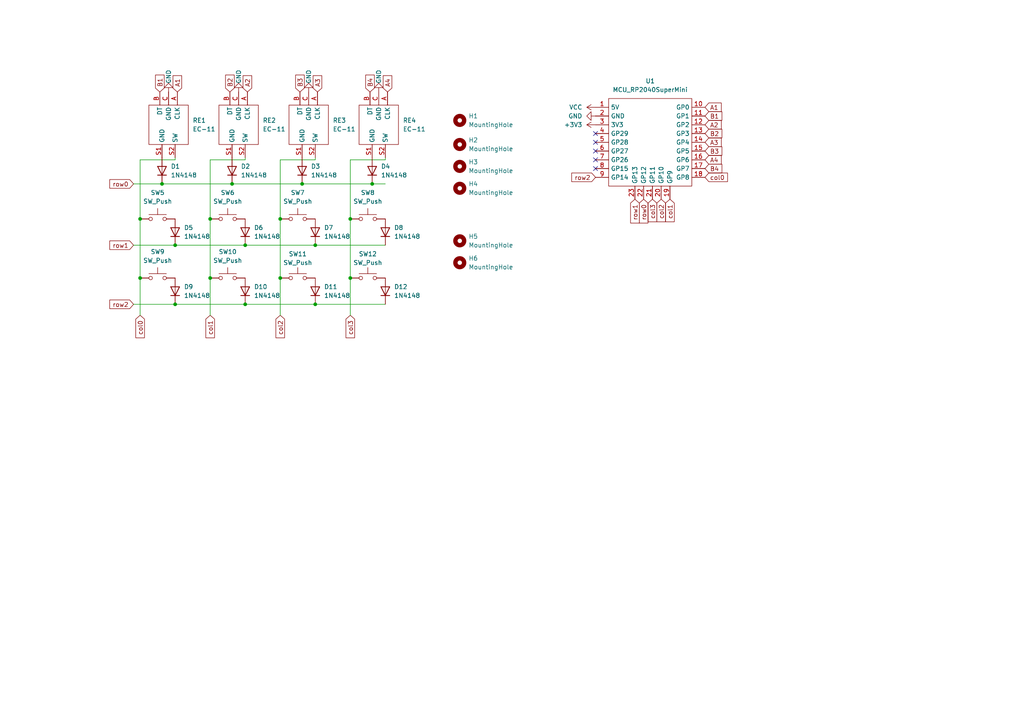
<source format=kicad_sch>
(kicad_sch (version 20230121) (generator eeschema)
  (paper "A4")
  (lib_symbols
    (symbol "Diode:1N4148" (pin_numbers hide) (pin_names hide)
      (property "Reference" "D" (at 0 2.54 0))
      (property "Value" "1N4148" (at 0 -2.54 0))
      (symbol "1N4148_0_1"
        (polyline (pts (xy -1.27 1.27) (xy -1.27 -1.27)) (stroke (width 0.254)))
        (polyline (pts (xy 1.27 0) (xy -1.27 0)))
        (polyline (pts (xy 1.27 1.27) (xy 1.27 -1.27) (xy -1.27 0) (xy 1.27 1.27)) (stroke (width 0.254)))
      )
      (symbol "1N4148_1_1"
        (pin passive line (at -3.81 0 0) (length 2.54) (name "K") (number "1"))
        (pin passive line (at 3.81 0 180) (length 2.54) (name "A") (number "2"))
      )
    )
    (symbol "DreaM117er_Library:MCU_RP2040SuperMini" (pin_names (offset 0.635))
      (property "Reference" "U" (at 0 12.7 0))
      (property "Value" "MCU_RP2040SuperMini" (at 0 10.16 0))
      (symbol "MCU_RP2040SuperMini_0_1"
        (rectangle (start -12.065 8.89) (end 12.065 -16.51))
      )
      (symbol "MCU_RP2040SuperMini_1_1"
        (pin input line (at -15.875 6.35 0) (length 3.81) (name "5V") (number "1"))
        (pin input line (at 15.875 6.35 180) (length 3.81) (name "GP0") (number "10"))
        (pin input line (at 15.875 3.81 180) (length 3.81) (name "GP1") (number "11"))
        (pin input line (at 15.875 1.27 180) (length 3.81) (name "GP2") (number "12"))
        (pin input line (at 15.875 -1.27 180) (length 3.81) (name "GP3") (number "13"))
        (pin input line (at 15.875 -3.81 180) (length 3.81) (name "GP4") (number "14"))
        (pin input line (at 15.875 -6.35 180) (length 3.81) (name "GP5") (number "15"))
        (pin input line (at 15.875 -8.89 180) (length 3.81) (name "GP6") (number "16"))
        (pin input line (at 15.875 -11.43 180) (length 3.81) (name "GP7") (number "17"))
        (pin input line (at 15.875 -13.97 180) (length 3.81) (name "GP8") (number "18"))
        (pin input line (at 5.715 -20.32 90) (length 3.81) (name "GP9") (number "19"))
        (pin input line (at -15.875 3.81 0) (length 3.81) (name "GND") (number "2"))
        (pin input line (at 3.175 -20.32 90) (length 3.81) (name "GP10") (number "20"))
        (pin input line (at 0.635 -20.32 90) (length 3.81) (name "GP11") (number "21"))
        (pin input line (at -1.905 -20.32 90) (length 3.81) (name "GP12") (number "22"))
        (pin input line (at -4.445 -20.32 90) (length 3.81) (name "GP13") (number "23"))
        (pin input line (at -15.875 1.27 0) (length 3.81) (name "3V3") (number "3"))
        (pin input line (at -15.875 -1.27 0) (length 3.81) (name "GP29") (number "4"))
        (pin input line (at -15.875 -3.81 0) (length 3.81) (name "GP28") (number "5"))
        (pin input line (at -15.875 -6.35 0) (length 3.81) (name "GP27") (number "6"))
        (pin input line (at -15.875 -8.89 0) (length 3.81) (name "GP26") (number "7"))
        (pin input line (at -15.875 -11.43 0) (length 3.81) (name "GP15") (number "8"))
        (pin input line (at -15.875 -13.97 0) (length 3.81) (name "GP14") (number "9"))
      )
    )
    (symbol "DreaM117er_Library:RotaryEncoder_EC11"
      (property "Reference" "RE" (at 0 10.16 0))
      (property "Value" "EC-11" (at 0 7.62 0))
      (symbol "RotaryEncoder_EC11_0_1"
        (rectangle (start -5.715 5.715) (end 5.715 -5.715))
      )
      (symbol "RotaryEncoder_EC11_1_1"
        (pin input line (at -9.525 2.54 0) (length 3.81) (name "CLK") (number "A"))
        (pin input line (at -9.525 -2.54 0) (length 3.81) (name "DT") (number "B"))
        (pin input line (at -9.525 0 0) (length 3.81) (name "GND") (number "C"))
        (pin input line (at 9.525 -1.905 180) (length 3.81) (name "GND") (number "S1"))
        (pin input line (at 9.525 1.905 180) (length 3.81) (name "SW") (number "S2"))
      )
    )
    (symbol "Mechanical:MountingHole" (pin_names (offset 1.016))
      (property "Reference" "H" (at 0 5.08 0))
      (property "Value" "MountingHole" (at 0 3.175 0))
      (symbol "MountingHole_0_1"
        (circle (center 0 0) (radius 1.27) (stroke (width 1.27)))
      )
    )
    (symbol "Switch:SW_Push" (pin_numbers hide) (pin_names (offset 1.016) hide)
      (property "Reference" "SW" (at 1.27 2.54 0))
      (property "Value" "SW_Push" (at 0 -1.524 0))
      (symbol "SW_Push_0_1"
        (circle (center -2.032 0) (radius 0.508))
        (polyline (pts (xy 0 1.27) (xy 0 3.048)))
        (polyline (pts (xy 2.54 1.27) (xy -2.54 1.27)))
        (circle (center 2.032 0) (radius 0.508))
        (pin passive line (at -5.08 0 0) (length 2.54) (name "1") (number "1"))
        (pin passive line (at 5.08 0 180) (length 2.54) (name "2") (number "2"))
      )
    )
    (symbol "power:+3V3" (power) (pin_names (offset 0))
      (property "Value" "+3V3" (at 0 3.556 0))
      (symbol "+3V3_0_1"
        (polyline (pts (xy -0.762 1.27) (xy 0 2.54)))
        (polyline (pts (xy 0 0) (xy 0 2.54)))
        (polyline (pts (xy 0 2.54) (xy 0.762 1.27)))
      )
      (symbol "+3V3_1_1"
        (pin power_in line (at 0 0 90) (length 0) hide (name "+3V3") (number "1"))
      )
    )
    (symbol "power:GND" (power) (pin_names (offset 0))
      (property "Value" "GND" (at 0 -3.81 0))
      (symbol "GND_0_1"
        (polyline (pts (xy 0 0) (xy 0 -1.27) (xy 1.27 -1.27) (xy 0 -2.54) (xy -1.27 -1.27) (xy 0 -1.27)))
      )
      (symbol "GND_1_1"
        (pin power_in line (at 0 0 270) (length 0) hide (name "GND") (number "1"))
      )
    )
    (symbol "power:VCC" (power) (pin_names (offset 0))
      (property "Value" "VCC" (at 0 3.81 0))
      (symbol "VCC_0_1"
        (polyline (pts (xy -0.762 1.27) (xy 0 2.54)))
        (polyline (pts (xy 0 0) (xy 0 2.54)))
        (polyline (pts (xy 0 2.54) (xy 0.762 1.27)))
      )
      (symbol "VCC_1_1"
        (pin power_in line (at 0 0 90) (length 0) hide (name "VCC") (number "1"))
      )
    )
  )
  (junction (at 40.64 80.645))
  (junction (at 101.6 80.645))
  (junction (at 87.63 53.34))
  (junction (at 60.96 63.5))
  (junction (at 40.64 63.5))
  (junction (at 50.8 71.12))
  (junction (at 71.12 71.12))
  (junction (at 50.8 88.265))
  (junction (at 91.44 71.12))
  (junction (at 67.31 53.34))
  (junction (at 91.44 88.265))
  (junction (at 46.99 53.34))
  (junction (at 107.95 53.34))
  (junction (at 81.28 80.645))
  (junction (at 81.28 63.5))
  (junction (at 101.6 63.5))
  (junction (at 71.12 88.265))
  (junction (at 60.96 80.645))
  (no_connect (at 172.72 46.355))
  (no_connect (at 172.72 48.895))
  (no_connect (at 172.72 43.815))
  (no_connect (at 172.72 38.735))
  (no_connect (at 172.72 41.275))
  (wire (pts (xy 107.95 53.34) (xy 111.76 53.34)))
  (wire (pts (xy 91.44 71.12) (xy 111.76 71.12)))
  (wire (pts (xy 40.64 63.5) (xy 40.64 80.645)))
  (wire (pts (xy 71.12 88.265) (xy 91.44 88.265)))
  (wire (pts (xy 50.8 46.355) (xy 50.8 45.72)))
  (wire (pts (xy 81.28 46.355) (xy 91.44 46.355)))
  (wire (pts (xy 50.8 71.12) (xy 71.12 71.12)))
  (wire (pts (xy 101.6 63.5) (xy 101.6 80.645)))
  (wire (pts (xy 71.12 46.355) (xy 71.12 45.72)))
  (wire (pts (xy 101.6 46.355) (xy 101.6 63.5)))
  (wire (pts (xy 71.12 71.12) (xy 91.44 71.12)))
  (wire (pts (xy 81.28 46.355) (xy 81.28 63.5)))
  (wire (pts (xy 60.96 46.355) (xy 71.12 46.355)))
  (wire (pts (xy 38.735 53.34) (xy 46.99 53.34)))
  (wire (pts (xy 40.64 46.355) (xy 50.8 46.355)))
  (wire (pts (xy 38.735 88.265) (xy 50.8 88.265)))
  (wire (pts (xy 81.28 80.645) (xy 81.28 91.44)))
  (wire (pts (xy 101.6 80.645) (xy 101.6 91.44)))
  (wire (pts (xy 60.96 80.645) (xy 60.96 91.44)))
  (wire (pts (xy 60.96 63.5) (xy 60.96 80.645)))
  (wire (pts (xy 101.6 46.355) (xy 111.76 46.355)))
  (wire (pts (xy 40.64 80.645) (xy 40.64 91.44)))
  (wire (pts (xy 111.76 46.355) (xy 111.76 45.72)))
  (wire (pts (xy 60.96 46.355) (xy 60.96 63.5)))
  (wire (pts (xy 91.44 46.355) (xy 91.44 45.72)))
  (wire (pts (xy 38.735 71.12) (xy 50.8 71.12)))
  (wire (pts (xy 46.99 53.34) (xy 67.31 53.34)))
  (wire (pts (xy 50.8 88.265) (xy 71.12 88.265)))
  (wire (pts (xy 40.64 46.355) (xy 40.64 63.5)))
  (wire (pts (xy 91.44 88.265) (xy 111.76 88.265)))
  (wire (pts (xy 67.31 53.34) (xy 87.63 53.34)))
  (wire (pts (xy 81.28 63.5) (xy 81.28 80.645)))
  (wire (pts (xy 87.63 53.34) (xy 107.95 53.34)))
  (global_label "row2" (shape input) (at 172.72 51.435 180) (property "Intersheetrefs" "${INTERSHEET_REFS}" (effects hide)))
  (global_label "col3" (shape input) (at 101.6 91.44 270) (property "Intersheetrefs" "${INTERSHEET_REFS}" (effects hide)))
  (global_label "B2" (shape input) (at 204.47 38.735 0) (property "Intersheetrefs" "${INTERSHEET_REFS}" (effects hide)))
  (global_label "B3" (shape input) (at 86.995 26.67 90) (property "Intersheetrefs" "${INTERSHEET_REFS}" (effects hide)))
  (global_label "row1" (shape input) (at 38.735 71.12 180) (property "Intersheetrefs" "${INTERSHEET_REFS}" (effects hide)))
  (global_label "A2" (shape input) (at 204.47 36.195 0) (property "Intersheetrefs" "${INTERSHEET_REFS}" (effects hide)))
  (global_label "B2" (shape input) (at 66.675 26.67 90) (property "Intersheetrefs" "${INTERSHEET_REFS}" (effects hide)))
  (global_label "row0" (shape input) (at 38.735 53.34 180) (property "Intersheetrefs" "${INTERSHEET_REFS}" (effects hide)))
  (global_label "A4" (shape input) (at 204.47 46.355 0) (property "Intersheetrefs" "${INTERSHEET_REFS}" (effects hide)))
  (global_label "A2" (shape input) (at 71.755 26.67 90) (property "Intersheetrefs" "${INTERSHEET_REFS}" (effects hide)))
  (global_label "col3" (shape input) (at 189.23 57.785 270) (property "Intersheetrefs" "${INTERSHEET_REFS}" (effects hide)))
  (global_label "A3" (shape input) (at 204.47 41.275 0) (property "Intersheetrefs" "${INTERSHEET_REFS}" (effects hide)))
  (global_label "A1" (shape input) (at 51.435 26.67 90) (property "Intersheetrefs" "${INTERSHEET_REFS}" (effects hide)))
  (global_label "B3" (shape input) (at 204.47 43.815 0) (property "Intersheetrefs" "${INTERSHEET_REFS}" (effects hide)))
  (global_label "row2" (shape input) (at 38.735 88.265 180) (property "Intersheetrefs" "${INTERSHEET_REFS}" (effects hide)))
  (global_label "B4" (shape input) (at 204.47 48.895 0) (property "Intersheetrefs" "${INTERSHEET_REFS}" (effects hide)))
  (global_label "row1" (shape input) (at 184.15 57.785 270) (property "Intersheetrefs" "${INTERSHEET_REFS}" (effects hide)))
  (global_label "A3" (shape input) (at 92.075 26.67 90) (property "Intersheetrefs" "${INTERSHEET_REFS}" (effects hide)))
  (global_label "col0" (shape input) (at 40.64 91.44 270) (property "Intersheetrefs" "${INTERSHEET_REFS}" (effects hide)))
  (global_label "col1" (shape input) (at 60.96 91.44 270) (property "Intersheetrefs" "${INTERSHEET_REFS}" (effects hide)))
  (global_label "col2" (shape input) (at 191.77 57.785 270) (property "Intersheetrefs" "${INTERSHEET_REFS}" (effects hide)))
  (global_label "col0" (shape input) (at 204.47 51.435 0) (property "Intersheetrefs" "${INTERSHEET_REFS}" (effects hide)))
  (global_label "B1" (shape input) (at 46.355 26.67 90) (property "Intersheetrefs" "${INTERSHEET_REFS}" (effects hide)))
  (global_label "row0" (shape input) (at 186.69 57.785 270) (property "Intersheetrefs" "${INTERSHEET_REFS}" (effects hide)))
  (global_label "col2" (shape input) (at 81.28 91.44 270) (property "Intersheetrefs" "${INTERSHEET_REFS}" (effects hide)))
  (global_label "B4" (shape input) (at 107.315 26.67 90) (property "Intersheetrefs" "${INTERSHEET_REFS}" (effects hide)))
  (global_label "col1" (shape input) (at 194.31 57.785 270) (property "Intersheetrefs" "${INTERSHEET_REFS}" (effects hide)))
  (global_label "A1" (shape input) (at 204.47 31.115 0) (property "Intersheetrefs" "${INTERSHEET_REFS}" (effects hide)))
  (global_label "B1" (shape input) (at 204.47 33.655 0) (property "Intersheetrefs" "${INTERSHEET_REFS}" (effects hide)))
  (global_label "A4" (shape input) (at 112.395 26.67 90) (property "Intersheetrefs" "${INTERSHEET_REFS}" (effects hide)))
  (symbol (lib_id "Switch:SW_Push") (at 86.36 63.5 0) (unit 1)
    (property "Reference" "SW7" (at 86.36 55.88 0))
    (property "Value" "SW_Push" (at 86.36 58.42 0))
    (property "Footprint" "DreaM117er-keebLibrary:SW_Hotswap_Kailh_MX_Plated_1.00u" (effects hide))
  )
  (symbol (lib_id "DreaM117er_Library:RotaryEncoder_EC11") (at 48.895 36.195 270) (unit 1)
    (property "Reference" "RE1" (at 55.88 34.925 90) (effects (justify left)))
    (property "Value" "EC-11" (at 55.88 37.465 90) (effects (justify left)))
    (property "Footprint" "DreaM117er-keebLibrary:SW_Hotswap_Kailh_MX_Plated_1.00u_withEC-11" (effects hide))
  )
  (symbol (lib_id "Diode:1N4148") (at 91.44 67.31 90) (unit 1)
    (property "Reference" "D7" (at 93.98 66.04 90) (effects (justify right)))
    (property "Value" "1N4148" (at 93.98 68.58 90) (effects (justify right)))
    (property "Footprint" "DreaM117er-keebLibrary:D_DO-35_SOD27_P7.62mm_Horizontal" (effects hide))
    (property "Datasheet" "https://assets.nexperia.com/documents/data-sheet/1N4148_1N4448.pdf" (effects hide))
    (property "Sim.Device" "D" (effects hide))
    (property "Sim.Pins" "1=K 2=A" (effects hide))
  )
  (symbol (lib_id "Diode:1N4148") (at 50.8 67.31 90) (unit 1)
    (property "Reference" "D5" (at 53.34 66.04 90) (effects (justify right)))
    (property "Value" "1N4148" (at 53.34 68.58 90) (effects (justify right)))
    (property "Footprint" "DreaM117er-keebLibrary:D_DO-35_SOD27_P7.62mm_Horizontal" (effects hide))
    (property "Datasheet" "https://assets.nexperia.com/documents/data-sheet/1N4148_1N4448.pdf" (effects hide))
    (property "Sim.Device" "D" (effects hide))
    (property "Sim.Pins" "1=K 2=A" (effects hide))
  )
  (symbol (lib_id "Mechanical:MountingHole") (at 133.35 34.925 0) (unit 1)
    (property "Reference" "H1" (at 135.89 33.655 0) (effects (justify left)))
    (property "Value" "MountingHole" (at 135.89 36.195 0) (effects (justify left)))
    (property "Footprint" "MountingHole:MountingHole_3.5mm" (effects hide))
  )
  (symbol (lib_id "Diode:1N4148") (at 50.8 84.455 90) (unit 1)
    (property "Reference" "D9" (at 53.34 83.185 90) (effects (justify right)))
    (property "Value" "1N4148" (at 53.34 85.725 90) (effects (justify right)))
    (property "Footprint" "DreaM117er-keebLibrary:D_DO-35_SOD27_P7.62mm_Horizontal" (effects hide))
    (property "Datasheet" "https://assets.nexperia.com/documents/data-sheet/1N4148_1N4448.pdf" (effects hide))
    (property "Sim.Device" "D" (effects hide))
    (property "Sim.Pins" "1=K 2=A" (effects hide))
  )
  (symbol (lib_id "Mechanical:MountingHole") (at 133.35 54.61 0) (unit 1)
    (property "Reference" "H4" (at 135.89 53.34 0) (effects (justify left)))
    (property "Value" "MountingHole" (at 135.89 55.88 0) (effects (justify left)))
    (property "Footprint" "MountingHole:MountingHole_3.5mm" (effects hide))
  )
  (symbol (lib_id "DreaM117er_Library:RotaryEncoder_EC11") (at 109.855 36.195 270) (unit 1)
    (property "Reference" "RE4" (at 116.84 34.925 90) (effects (justify left)))
    (property "Value" "EC-11" (at 116.84 37.465 90) (effects (justify left)))
    (property "Footprint" "DreaM117er-keebLibrary:SW_Hotswap_Kailh_MX_Plated_1.00u_withEC-11" (effects hide))
  )
  (symbol (lib_id "Diode:1N4148") (at 71.12 84.455 90) (unit 1)
    (property "Reference" "D10" (at 73.66 83.185 90) (effects (justify right)))
    (property "Value" "1N4148" (at 73.66 85.725 90) (effects (justify right)))
    (property "Footprint" "DreaM117er-keebLibrary:D_DO-35_SOD27_P7.62mm_Horizontal" (effects hide))
    (property "Datasheet" "https://assets.nexperia.com/documents/data-sheet/1N4148_1N4448.pdf" (effects hide))
    (property "Sim.Device" "D" (effects hide))
    (property "Sim.Pins" "1=K 2=A" (effects hide))
  )
  (symbol (lib_id "Diode:1N4148") (at 91.44 84.455 90) (unit 1)
    (property "Reference" "D11" (at 93.98 83.185 90) (effects (justify right)))
    (property "Value" "1N4148" (at 93.98 85.725 90) (effects (justify right)))
    (property "Footprint" "DreaM117er-keebLibrary:D_DO-35_SOD27_P7.62mm_Horizontal" (effects hide))
    (property "Datasheet" "https://assets.nexperia.com/documents/data-sheet/1N4148_1N4448.pdf" (effects hide))
    (property "Sim.Device" "D" (effects hide))
    (property "Sim.Pins" "1=K 2=A" (effects hide))
  )
  (symbol (lib_id "DreaM117er_Library:MCU_RP2040SuperMini") (at 188.595 37.465 0) (unit 1)
    (property "Reference" "U1" (at 188.595 23.495 0))
    (property "Value" "MCU_RP2040SuperMini" (at 188.595 26.035 0))
    (property "Footprint" "DreaM117er-keebLibrary:MCU_RP2040SuperMini" (effects hide))
  )
  (symbol (lib_id "Switch:SW_Push") (at 66.04 63.5 0) (unit 1)
    (property "Reference" "SW6" (at 66.04 55.88 0))
    (property "Value" "SW_Push" (at 66.04 58.42 0))
    (property "Footprint" "DreaM117er-keebLibrary:SW_Hotswap_Kailh_MX_Plated_1.00u" (effects hide))
  )
  (symbol (lib_id "Mechanical:MountingHole") (at 133.35 76.2 0) (unit 1)
    (property "Reference" "H6" (at 135.89 74.93 0) (effects (justify left)))
    (property "Value" "MountingHole" (at 135.89 77.47 0) (effects (justify left)))
    (property "Footprint" "MountingHole:MountingHole_2.2mm_M2" (effects hide))
  )
  (symbol (lib_id "power:GND") (at 109.855 26.67 180) (unit 1)
    (property "Reference" "#PWR05" (effects hide))
    (property "Value" "GND" (at 109.855 22.225 90))
  )
  (symbol (lib_id "Switch:SW_Push") (at 45.72 63.5 0) (unit 1)
    (property "Reference" "SW5" (at 45.72 55.88 0))
    (property "Value" "SW_Push" (at 45.72 58.42 0))
    (property "Footprint" "DreaM117er-keebLibrary:SW_Hotswap_Kailh_MX_Plated_1.00u" (effects hide))
  )
  (symbol (lib_id "power:VCC") (at 172.72 31.115 90) (unit 1)
    (property "Reference" "#PWR06" (effects hide))
    (property "Value" "VCC" (at 168.91 31.115 90) (effects (justify left)))
  )
  (symbol (lib_id "Diode:1N4148") (at 111.76 67.31 90) (unit 1)
    (property "Reference" "D8" (at 114.3 66.04 90) (effects (justify right)))
    (property "Value" "1N4148" (at 114.3 68.58 90) (effects (justify right)))
    (property "Footprint" "DreaM117er-keebLibrary:D_DO-35_SOD27_P7.62mm_Horizontal" (effects hide))
    (property "Datasheet" "https://assets.nexperia.com/documents/data-sheet/1N4148_1N4448.pdf" (effects hide))
    (property "Sim.Device" "D" (effects hide))
    (property "Sim.Pins" "1=K 2=A" (effects hide))
  )
  (symbol (lib_id "Switch:SW_Push") (at 106.68 63.5 0) (unit 1)
    (property "Reference" "SW8" (at 106.68 55.88 0))
    (property "Value" "SW_Push" (at 106.68 58.42 0))
    (property "Footprint" "DreaM117er-keebLibrary:SW_Hotswap_Kailh_MX_Plated_1.00u" (effects hide))
  )
  (symbol (lib_id "Switch:SW_Push") (at 106.68 80.645 0) (unit 1)
    (property "Reference" "SW12" (at 106.68 73.66 0))
    (property "Value" "SW_Push" (at 106.68 76.2 0))
    (property "Footprint" "DreaM117er-keebLibrary:SW_Hotswap_Kailh_MX_Plated_1.00u" (effects hide))
  )
  (symbol (lib_id "Diode:1N4148") (at 46.99 49.53 90) (unit 1)
    (property "Reference" "D1" (at 49.53 48.26 90) (effects (justify right)))
    (property "Value" "1N4148" (at 49.53 50.8 90) (effects (justify right)))
    (property "Footprint" "DreaM117er-keebLibrary:D_DO-35_SOD27_P7.62mm_Horizontal" (effects hide))
    (property "Datasheet" "https://assets.nexperia.com/documents/data-sheet/1N4148_1N4448.pdf" (effects hide))
    (property "Sim.Device" "D" (effects hide))
    (property "Sim.Pins" "1=K 2=A" (effects hide))
  )
  (symbol (lib_id "Switch:SW_Push") (at 66.04 80.645 0) (unit 1)
    (property "Reference" "SW10" (at 66.04 73.025 0))
    (property "Value" "SW_Push" (at 66.04 75.565 0))
    (property "Footprint" "DreaM117er-keebLibrary:SW_Hotswap_Kailh_MX_Plated_1.00u" (effects hide))
  )
  (symbol (lib_id "Mechanical:MountingHole") (at 133.35 69.85 0) (unit 1)
    (property "Reference" "H5" (at 135.89 68.58 0) (effects (justify left)))
    (property "Value" "MountingHole" (at 135.89 71.12 0) (effects (justify left)))
    (property "Footprint" "MountingHole:MountingHole_2.2mm_M2" (effects hide))
  )
  (symbol (lib_id "power:GND") (at 172.72 33.655 270) (unit 1)
    (property "Reference" "#PWR01" (effects hide))
    (property "Value" "GND" (at 168.91 33.655 90) (effects (justify right)))
  )
  (symbol (lib_id "Diode:1N4148") (at 87.63 49.53 90) (unit 1)
    (property "Reference" "D3" (at 90.17 48.26 90) (effects (justify right)))
    (property "Value" "1N4148" (at 90.17 50.8 90) (effects (justify right)))
    (property "Footprint" "DreaM117er-keebLibrary:D_DO-35_SOD27_P7.62mm_Horizontal" (effects hide))
    (property "Datasheet" "https://assets.nexperia.com/documents/data-sheet/1N4148_1N4448.pdf" (effects hide))
    (property "Sim.Device" "D" (effects hide))
    (property "Sim.Pins" "1=K 2=A" (effects hide))
  )
  (symbol (lib_id "Diode:1N4148") (at 111.76 84.455 90) (unit 1)
    (property "Reference" "D12" (at 114.3 83.185 90) (effects (justify right)))
    (property "Value" "1N4148" (at 114.3 85.725 90) (effects (justify right)))
    (property "Footprint" "DreaM117er-keebLibrary:D_DO-35_SOD27_P7.62mm_Horizontal" (effects hide))
    (property "Datasheet" "https://assets.nexperia.com/documents/data-sheet/1N4148_1N4448.pdf" (effects hide))
    (property "Sim.Device" "D" (effects hide))
    (property "Sim.Pins" "1=K 2=A" (effects hide))
  )
  (symbol (lib_id "power:GND") (at 48.895 26.67 180) (unit 1)
    (property "Reference" "#PWR02" (effects hide))
    (property "Value" "GND" (at 48.895 22.225 90))
  )
  (symbol (lib_id "DreaM117er_Library:RotaryEncoder_EC11") (at 89.535 36.195 270) (unit 1)
    (property "Reference" "RE3" (at 96.52 34.925 90) (effects (justify left)))
    (property "Value" "EC-11" (at 96.52 37.465 90) (effects (justify left)))
    (property "Footprint" "DreaM117er-keebLibrary:SW_Hotswap_Kailh_MX_Plated_1.00u_withEC-11" (effects hide))
  )
  (symbol (lib_id "Diode:1N4148") (at 107.95 49.53 90) (unit 1)
    (property "Reference" "D4" (at 110.49 48.26 90) (effects (justify right)))
    (property "Value" "1N4148" (at 110.49 50.8 90) (effects (justify right)))
    (property "Footprint" "DreaM117er-keebLibrary:D_DO-35_SOD27_P7.62mm_Horizontal" (effects hide))
    (property "Datasheet" "https://assets.nexperia.com/documents/data-sheet/1N4148_1N4448.pdf" (effects hide))
    (property "Sim.Device" "D" (effects hide))
    (property "Sim.Pins" "1=K 2=A" (effects hide))
  )
  (symbol (lib_id "Switch:SW_Push") (at 86.36 80.645 0) (unit 1)
    (property "Reference" "SW11" (at 86.36 73.66 0))
    (property "Value" "SW_Push" (at 86.36 76.2 0))
    (property "Footprint" "DreaM117er-keebLibrary:SW_Hotswap_Kailh_MX_Plated_1.00u" (effects hide))
  )
  (symbol (lib_id "power:+3V3") (at 172.72 36.195 90) (unit 1)
    (property "Reference" "#PWR07" (effects hide))
    (property "Value" "+3V3" (at 168.91 36.195 90) (effects (justify left)))
  )
  (symbol (lib_id "Diode:1N4148") (at 71.12 67.31 90) (unit 1)
    (property "Reference" "D6" (at 73.66 66.04 90) (effects (justify right)))
    (property "Value" "1N4148" (at 73.66 68.58 90) (effects (justify right)))
    (property "Footprint" "DreaM117er-keebLibrary:D_DO-35_SOD27_P7.62mm_Horizontal" (effects hide))
    (property "Datasheet" "https://assets.nexperia.com/documents/data-sheet/1N4148_1N4448.pdf" (effects hide))
    (property "Sim.Device" "D" (effects hide))
    (property "Sim.Pins" "1=K 2=A" (effects hide))
  )
  (symbol (lib_id "Mechanical:MountingHole") (at 133.35 41.91 0) (unit 1)
    (property "Reference" "H2" (at 135.89 40.64 0) (effects (justify left)))
    (property "Value" "MountingHole" (at 135.89 43.18 0) (effects (justify left)))
    (property "Footprint" "MountingHole:MountingHole_3.5mm" (effects hide))
  )
  (symbol (lib_id "power:GND") (at 69.215 26.67 180) (unit 1)
    (property "Reference" "#PWR03" (effects hide))
    (property "Value" "GND" (at 69.215 22.225 90))
  )
  (symbol (lib_id "DreaM117er_Library:RotaryEncoder_EC11") (at 69.215 36.195 270) (unit 1)
    (property "Reference" "RE2" (at 76.2 34.925 90) (effects (justify left)))
    (property "Value" "EC-11" (at 76.2 37.465 90) (effects (justify left)))
    (property "Footprint" "DreaM117er-keebLibrary:SW_Hotswap_Kailh_MX_Plated_1.00u_withEC-11" (effects hide))
  )
  (symbol (lib_id "Diode:1N4148") (at 67.31 49.53 90) (unit 1)
    (property "Reference" "D2" (at 69.85 48.26 90) (effects (justify right)))
    (property "Value" "1N4148" (at 69.85 50.8 90) (effects (justify right)))
    (property "Footprint" "DreaM117er-keebLibrary:D_DO-35_SOD27_P7.62mm_Horizontal" (effects hide))
    (property "Datasheet" "https://assets.nexperia.com/documents/data-sheet/1N4148_1N4448.pdf" (effects hide))
    (property "Sim.Device" "D" (effects hide))
    (property "Sim.Pins" "1=K 2=A" (effects hide))
  )
  (symbol (lib_id "Switch:SW_Push") (at 45.72 80.645 0) (unit 1)
    (property "Reference" "SW9" (at 45.72 73.025 0))
    (property "Value" "SW_Push" (at 45.72 75.565 0))
    (property "Footprint" "DreaM117er-keebLibrary:SW_Hotswap_Kailh_MX_Plated_1.00u" (effects hide))
  )
  (symbol (lib_id "power:GND") (at 89.535 26.67 180) (unit 1)
    (property "Reference" "#PWR04" (effects hide))
    (property "Value" "GND" (at 89.535 22.225 90))
  )
  (symbol (lib_id "Mechanical:MountingHole") (at 133.35 48.26 0) (unit 1)
    (property "Reference" "H3" (at 135.89 46.99 0) (effects (justify left)))
    (property "Value" "MountingHole" (at 135.89 49.53 0) (effects (justify left)))
    (property "Footprint" "MountingHole:MountingHole_3.5mm" (effects hide))
  )
)
</source>
